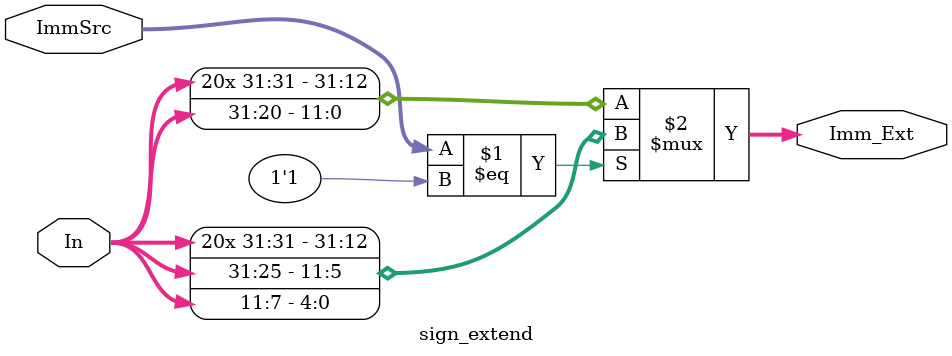
<source format=v>
module sign_extend(In,ImmSrc,Imm_Ext);
    input [31:0] In;
    input [1:0] ImmSrc;
    output [31:0] Imm_Ext;


    //assign Imm_Ext = (In[31]) ? ({20(1'b1)},In[31:20]}) : 
                           //     {(20{1'b0)},In[31:20]}};

    assign Imm_Ext = (ImmSrc == 1'b1) ? {{20{In[31]}},In[31:25],In[11:7]} :
                                    {{20{In[31]}},In[31:20]}; 
  //  assign Imm_Ext = (In[31]) ? {{20{1'b1}}, In[31:20]} : 
   //                            {{20{1'b0}}, In[31:20]};

endmodule
</source>
